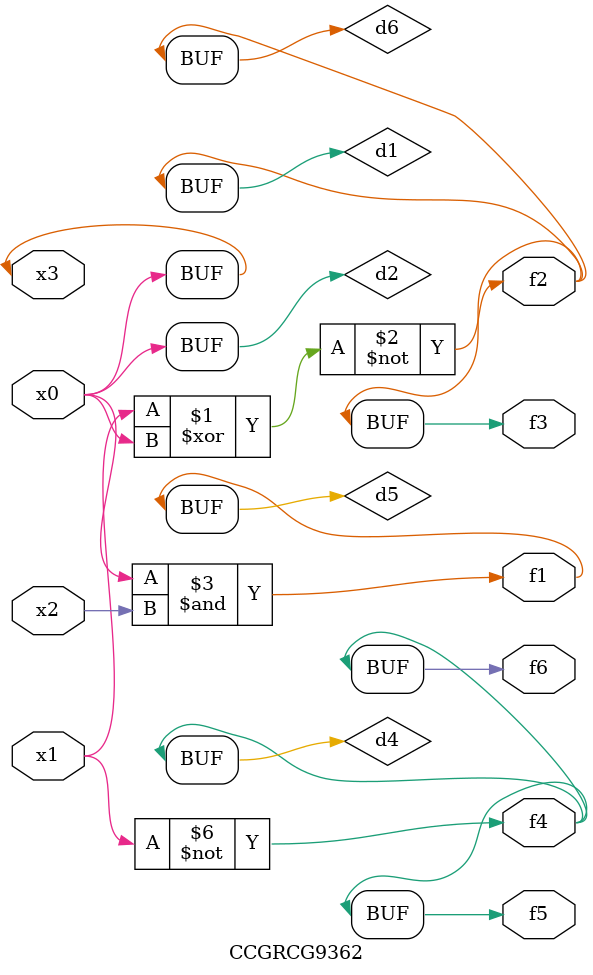
<source format=v>
module CCGRCG9362(
	input x0, x1, x2, x3,
	output f1, f2, f3, f4, f5, f6
);

	wire d1, d2, d3, d4, d5, d6;

	xnor (d1, x1, x3);
	buf (d2, x0, x3);
	nand (d3, x0, x2);
	not (d4, x1);
	nand (d5, d3);
	or (d6, d1);
	assign f1 = d5;
	assign f2 = d6;
	assign f3 = d6;
	assign f4 = d4;
	assign f5 = d4;
	assign f6 = d4;
endmodule

</source>
